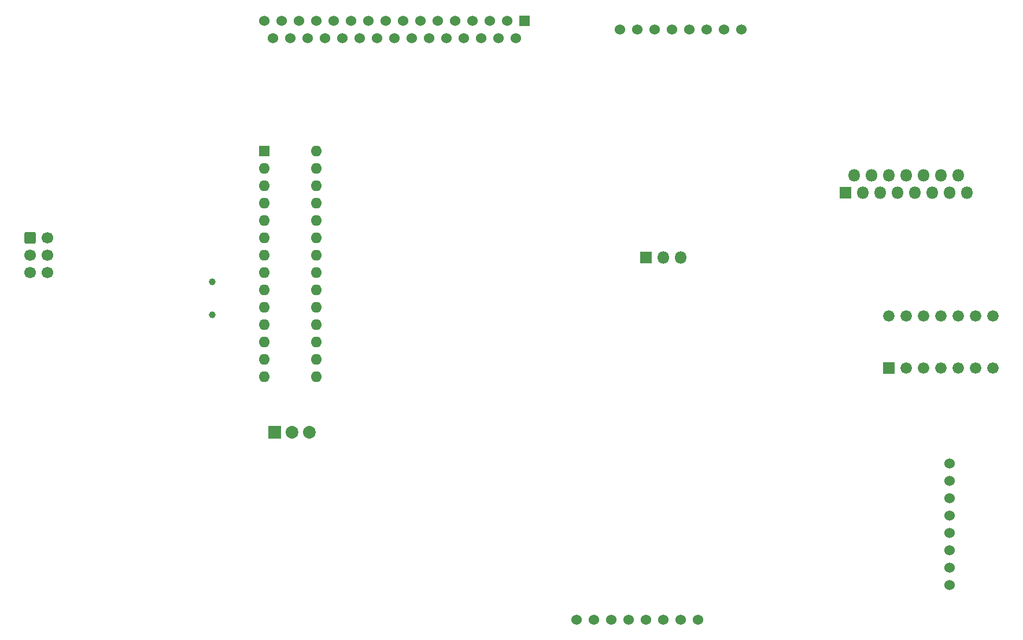
<source format=gbr>
%TF.GenerationSoftware,KiCad,Pcbnew,(6.0.7-1)-1*%
%TF.CreationDate,2022-10-11T17:33:30-05:00*%
%TF.ProjectId,PCB 2,50434220-322e-46b6-9963-61645f706362,rev?*%
%TF.SameCoordinates,Original*%
%TF.FileFunction,Copper,L2,Bot*%
%TF.FilePolarity,Positive*%
%FSLAX46Y46*%
G04 Gerber Fmt 4.6, Leading zero omitted, Abs format (unit mm)*
G04 Created by KiCad (PCBNEW (6.0.7-1)-1) date 2022-10-11 17:33:30*
%MOMM*%
%LPD*%
G01*
G04 APERTURE LIST*
G04 Aperture macros list*
%AMRoundRect*
0 Rectangle with rounded corners*
0 $1 Rounding radius*
0 $2 $3 $4 $5 $6 $7 $8 $9 X,Y pos of 4 corners*
0 Add a 4 corners polygon primitive as box body*
4,1,4,$2,$3,$4,$5,$6,$7,$8,$9,$2,$3,0*
0 Add four circle primitives for the rounded corners*
1,1,$1+$1,$2,$3*
1,1,$1+$1,$4,$5*
1,1,$1+$1,$6,$7*
1,1,$1+$1,$8,$9*
0 Add four rect primitives between the rounded corners*
20,1,$1+$1,$2,$3,$4,$5,0*
20,1,$1+$1,$4,$5,$6,$7,0*
20,1,$1+$1,$6,$7,$8,$9,0*
20,1,$1+$1,$8,$9,$2,$3,0*%
G04 Aperture macros list end*
%TA.AperFunction,ComponentPad*%
%ADD10C,1.007000*%
%TD*%
%TA.AperFunction,ComponentPad*%
%ADD11C,1.860000*%
%TD*%
%TA.AperFunction,ComponentPad*%
%ADD12R,1.860000X1.860000*%
%TD*%
%TA.AperFunction,ComponentPad*%
%ADD13O,1.800000X1.800000*%
%TD*%
%TA.AperFunction,ComponentPad*%
%ADD14R,1.800000X1.800000*%
%TD*%
%TA.AperFunction,ComponentPad*%
%ADD15C,1.676400*%
%TD*%
%TA.AperFunction,ComponentPad*%
%ADD16R,1.676400X1.676400*%
%TD*%
%TA.AperFunction,ComponentPad*%
%ADD17O,1.600000X1.600000*%
%TD*%
%TA.AperFunction,ComponentPad*%
%ADD18R,1.600000X1.600000*%
%TD*%
%TA.AperFunction,ComponentPad*%
%ADD19C,1.700000*%
%TD*%
%TA.AperFunction,ComponentPad*%
%ADD20RoundRect,0.250000X-0.600000X-0.600000X0.600000X-0.600000X0.600000X0.600000X-0.600000X0.600000X0*%
%TD*%
%TA.AperFunction,ComponentPad*%
%ADD21C,1.530000*%
%TD*%
%TA.AperFunction,ComponentPad*%
%ADD22R,1.530000X1.530000*%
%TD*%
G04 APERTURE END LIST*
D10*
%TO.P,Y1,2,2*%
%TO.N,XTAL1*%
X69850000Y-62330000D03*
%TO.P,Y1,1,1*%
%TO.N,XTAL2*%
X69850000Y-67210000D03*
%TD*%
D11*
%TO.P,V1,3,OUT*%
%TO.N,RESET*%
X84072500Y-84368000D03*
%TO.P,V1,2,GND*%
X81532500Y-84368000D03*
D12*
%TO.P,V1,1,IN*%
%TO.N,Net-(V1-Pad1)*%
X78992500Y-84368000D03*
%TD*%
D13*
%TO.P,U5,15,SENSE_B*%
%TO.N,Net-(U5-Pad15)*%
X180335000Y-49320000D03*
%TO.P,U5,14,OUT4*%
%TO.N,OUT4*%
X179065000Y-46780000D03*
%TO.P,U5,13,OUT3*%
%TO.N,OUT3*%
X177795000Y-49320000D03*
%TO.P,U5,12,IN4*%
%TO.N,Net-(U5-Pad12)*%
X176525000Y-46780000D03*
%TO.P,U5,11,EnB*%
%TO.N,RESET*%
X175255000Y-49320000D03*
%TO.P,U5,10,IN3*%
%TO.N,IN3*%
X173985000Y-46780000D03*
%TO.P,U5,9,Vss*%
%TO.N,RESET*%
X172715000Y-49320000D03*
%TO.P,U5,8,GND*%
X171445000Y-46780000D03*
%TO.P,U5,7,IN2*%
%TO.N,Net-(U5-Pad7)*%
X170175000Y-49320000D03*
%TO.P,U5,6,EnA*%
%TO.N,RESET*%
X168905000Y-46780000D03*
%TO.P,U5,5,IN1*%
%TO.N,IN1*%
X167635000Y-49320000D03*
%TO.P,U5,4,Vs*%
%TO.N,RESET*%
X166365000Y-46780000D03*
%TO.P,U5,3,OUT2*%
%TO.N,OUT2*%
X165095000Y-49320000D03*
%TO.P,U5,2,OUT1*%
%TO.N,OUT1*%
X163825000Y-46780000D03*
D14*
%TO.P,U5,1,SENSE_A*%
%TO.N,Net-(U5-Pad1)*%
X162555000Y-49320000D03*
%TD*%
D15*
%TO.P,U4,14,VCC*%
%TO.N,RESET*%
X168910000Y-67310000D03*
%TO.P,U4,13*%
%TO.N,N/C*%
X171450000Y-67310000D03*
%TO.P,U4,12*%
X173990000Y-67310000D03*
%TO.P,U4,11*%
X176530000Y-67310000D03*
%TO.P,U4,10*%
X179070000Y-67310000D03*
%TO.P,U4,9*%
X181610000Y-67310000D03*
%TO.P,U4,8*%
X184150000Y-67310000D03*
%TO.P,U4,7,GND*%
%TO.N,RESET*%
X184150000Y-74930000D03*
%TO.P,U4,6*%
%TO.N,N/C*%
X181610000Y-74930000D03*
%TO.P,U4,5*%
X179070000Y-74930000D03*
%TO.P,U4,4*%
%TO.N,Net-(U5-Pad12)*%
X176530000Y-74930000D03*
%TO.P,U4,3*%
%TO.N,IN3*%
X173990000Y-74930000D03*
%TO.P,U4,2*%
%TO.N,Net-(U5-Pad7)*%
X171450000Y-74930000D03*
D16*
%TO.P,U4,1*%
%TO.N,IN1*%
X168910000Y-74930000D03*
%TD*%
D17*
%TO.P,U1,28,PC5*%
%TO.N,SCL*%
X85090000Y-43180000D03*
%TO.P,U1,27,PC4*%
%TO.N,SDA*%
X85090000Y-45720000D03*
%TO.P,U1,26,PC3*%
%TO.N,unconnected-(U1-Pad26)*%
X85090000Y-48260000D03*
%TO.P,U1,25,PC2*%
%TO.N,IN3*%
X85090000Y-50800000D03*
%TO.P,U1,24,PC1*%
%TO.N,unconnected-(U1-Pad24)*%
X85090000Y-53340000D03*
%TO.P,U1,23,PC0*%
%TO.N,IN1*%
X85090000Y-55880000D03*
%TO.P,U1,22,GND*%
%TO.N,RESET*%
X85090000Y-58420000D03*
%TO.P,U1,21,AREF*%
%TO.N,unconnected-(U1-Pad21)*%
X85090000Y-60960000D03*
%TO.P,U1,20,AVCC*%
%TO.N,RESET*%
X85090000Y-63500000D03*
%TO.P,U1,19,PB5*%
%TO.N,SCK*%
X85090000Y-66040000D03*
%TO.P,U1,18,PB4*%
%TO.N,MISO*%
X85090000Y-68580000D03*
%TO.P,U1,17,PB3*%
%TO.N,MOSI*%
X85090000Y-71120000D03*
%TO.P,U1,16,PB2*%
%TO.N,ULT3*%
X85090000Y-73660000D03*
%TO.P,U1,15,PB1*%
%TO.N,ULT2*%
X85090000Y-76200000D03*
%TO.P,U1,14,PB0*%
%TO.N,ULT1*%
X77470000Y-76200000D03*
%TO.P,U1,13,PD7*%
%TO.N,PD7*%
X77470000Y-73660000D03*
%TO.P,U1,12,PD6*%
%TO.N,PD6*%
X77470000Y-71120000D03*
%TO.P,U1,11,PD5*%
%TO.N,PD5*%
X77470000Y-68580000D03*
%TO.P,U1,10,XTAL2/PB7*%
%TO.N,XTAL2*%
X77470000Y-66040000D03*
%TO.P,U1,9,XTAL1/PB6*%
%TO.N,XTAL1*%
X77470000Y-63500000D03*
%TO.P,U1,8,GND*%
%TO.N,RESET*%
X77470000Y-60960000D03*
%TO.P,U1,7,VCC*%
X77470000Y-58420000D03*
%TO.P,U1,6,PD4*%
%TO.N,PD4*%
X77470000Y-55880000D03*
%TO.P,U1,5,PD3*%
%TO.N,PD3*%
X77470000Y-53340000D03*
%TO.P,U1,4,PD2*%
%TO.N,unconnected-(U1-Pad4)*%
X77470000Y-50800000D03*
%TO.P,U1,3,PD1*%
%TO.N,PD1*%
X77470000Y-48260000D03*
%TO.P,U1,2,PD0*%
%TO.N,PD0*%
X77470000Y-45720000D03*
D18*
%TO.P,U1,1,~{RESET}/PC6*%
%TO.N,Net-(U1-Pad1)*%
X77470000Y-43180000D03*
%TD*%
D13*
%TO.P,Q1,3,B*%
%TO.N,Net-(C100-Pad2)*%
X138430000Y-58795000D03*
%TO.P,Q1,2,C*%
%TO.N,Net-(J1000-Pad10)*%
X135890000Y-58795000D03*
D14*
%TO.P,Q1,1,E*%
%TO.N,RESET*%
X133350000Y-58795000D03*
%TD*%
D19*
%TO.P,J4,6,GND*%
%TO.N,RESET*%
X45720000Y-60960000D03*
%TO.P,J4,5,~{RST}*%
X43180000Y-60960000D03*
%TO.P,J4,4,MOSI*%
%TO.N,MOSI*%
X45720000Y-58420000D03*
%TO.P,J4,3,SCK*%
%TO.N,SCK*%
X43180000Y-58420000D03*
%TO.P,J4,2,VCC*%
%TO.N,RESET*%
X45720000Y-55880000D03*
D20*
%TO.P,J4,1,MISO*%
%TO.N,MISO*%
X43180000Y-55880000D03*
%TD*%
D21*
%TO.P,J3,8,Pin_8*%
%TO.N,D7*%
X140970000Y-111760000D03*
%TO.P,J3,7,Pin_7*%
%TO.N,D6*%
X138430000Y-111760000D03*
%TO.P,J3,6,Pin_6*%
%TO.N,D5*%
X135890000Y-111760000D03*
%TO.P,J3,5,Pin_5*%
%TO.N,D4*%
X133350000Y-111760000D03*
%TO.P,J3,4,Pin_4*%
%TO.N,D3*%
X130810000Y-111760000D03*
%TO.P,J3,3,Pin_3*%
%TO.N,D2*%
X128270000Y-111760000D03*
%TO.P,J3,2,Pin_2*%
%TO.N,D1*%
X125730000Y-111760000D03*
%TO.P,J3,1,Pin_1*%
%TO.N,D0*%
X123190000Y-111760000D03*
%TD*%
%TO.P,J2,8,Pin_8*%
%TO.N,Net-(J2-Pad8)*%
X177800000Y-88900000D03*
%TO.P,J2,7,Pin_7*%
%TO.N,Net-(J2-Pad7)*%
X177800000Y-91440000D03*
%TO.P,J2,6,Pin_6*%
%TO.N,Net-(J2-Pad6)*%
X177800000Y-93980000D03*
%TO.P,J2,5,Pin_5*%
%TO.N,Net-(J2-Pad5)*%
X177800000Y-96520000D03*
%TO.P,J2,4,Pin_4*%
%TO.N,Net-(J2-Pad4)*%
X177800000Y-99060000D03*
%TO.P,J2,3,Pin_3*%
%TO.N,Net-(J2-Pad3)*%
X177800000Y-101600000D03*
%TO.P,J2,2,Pin_2*%
%TO.N,Net-(J2-Pad2)*%
X177800000Y-104140000D03*
%TO.P,J2,1,Pin_1*%
%TO.N,Net-(J2-Pad1)*%
X177800000Y-106680000D03*
%TD*%
%TO.P,J1,8,Pin_8*%
%TO.N,RESET*%
X147320000Y-25400000D03*
%TO.P,J1,7,Pin_7*%
X144780000Y-25400000D03*
%TO.P,J1,6,Pin_6*%
X142240000Y-25400000D03*
%TO.P,J1,5,Pin_5*%
X139700000Y-25400000D03*
%TO.P,J1,4,Pin_4*%
X137160000Y-25400000D03*
%TO.P,J1,3,Pin_3*%
X134620000Y-25400000D03*
%TO.P,J1,2,Pin_2*%
X132080000Y-25400000D03*
%TO.P,J1,1,Pin_1*%
X129540000Y-25400000D03*
%TD*%
%TO.P,J0,31*%
%TO.N,N/C*%
X78740000Y-26670000D03*
%TO.P,J0,30*%
X81280000Y-26670000D03*
%TO.P,J0,29*%
X83820000Y-26670000D03*
%TO.P,J0,28*%
X86360000Y-26670000D03*
%TO.P,J0,27*%
X88900000Y-26670000D03*
%TO.P,J0,26*%
X91440000Y-26670000D03*
%TO.P,J0,25*%
X93980000Y-26670000D03*
%TO.P,J0,24*%
X96520000Y-26670000D03*
%TO.P,J0,23*%
X99060000Y-26670000D03*
%TO.P,J0,22*%
X101600000Y-26670000D03*
%TO.P,J0,21*%
X104140000Y-26670000D03*
%TO.P,J0,20,Pin_20*%
%TO.N,unconnected-(J0-Pad20)*%
X106680000Y-26670000D03*
%TO.P,J0,19,Pin_19*%
%TO.N,unconnected-(J0-Pad19)*%
X109220000Y-26670000D03*
%TO.P,J0,18,Pin_18*%
%TO.N,unconnected-(J0-Pad18)*%
X111760000Y-26670000D03*
%TO.P,J0,17,Pin_17*%
%TO.N,unconnected-(J0-Pad17)*%
X114300000Y-26670000D03*
%TO.P,J0,16,Pin_16*%
%TO.N,unconnected-(J0-Pad16)*%
X77470000Y-24130000D03*
%TO.P,J0,14,Pin_14*%
%TO.N,unconnected-(J0-Pad14)*%
X82550000Y-24130000D03*
%TO.P,J0,13,Pin_13*%
%TO.N,unconnected-(J0-Pad13)*%
X85090000Y-24130000D03*
%TO.P,J0,9,Pin_9*%
%TO.N,unconnected-(J0-Pad9)*%
X95250000Y-24130000D03*
%TO.P,J0,7,Pin_7*%
%TO.N,unconnected-(J0-Pad7)*%
X100330000Y-24130000D03*
%TO.P,J0,5,Pin_5*%
%TO.N,unconnected-(J0-Pad5)*%
X105410000Y-24130000D03*
%TO.P,J0,15,Pin_15*%
%TO.N,unconnected-(J0-Pad15)*%
X80010000Y-24130000D03*
D22*
%TO.P,J0,1,Pin_1*%
%TO.N,unconnected-(J0-Pad1)*%
X115570000Y-24130000D03*
D21*
%TO.P,J0,12,Pin_12*%
%TO.N,unconnected-(J0-Pad12)*%
X87630000Y-24130000D03*
%TO.P,J0,11,Pin_11*%
%TO.N,unconnected-(J0-Pad11)*%
X90170000Y-24130000D03*
%TO.P,J0,10,Pin_10*%
%TO.N,unconnected-(J0-Pad10)*%
X92710000Y-24130000D03*
%TO.P,J0,8,Pin_8*%
%TO.N,unconnected-(J0-Pad8)*%
X97790000Y-24130000D03*
%TO.P,J0,6,Pin_6*%
%TO.N,unconnected-(J0-Pad6)*%
X102870000Y-24130000D03*
%TO.P,J0,4,Pin_4*%
%TO.N,unconnected-(J0-Pad4)*%
X107950000Y-24130000D03*
%TO.P,J0,3,Pin_3*%
%TO.N,unconnected-(J0-Pad3)*%
X110490000Y-24130000D03*
%TO.P,J0,2,Pin_2*%
%TO.N,unconnected-(J0-Pad2)*%
X113030000Y-24130000D03*
%TD*%
M02*

</source>
